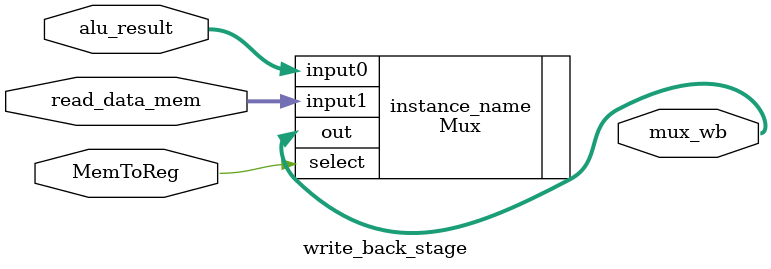
<source format=v>
`timescale 1ns / 1ps
module write_back_stage(
	input [15:0] read_data_mem,
	input [15:0] alu_result,
	input MemToReg,
	
	output reg [15:0] mux_wb
    );

	Mux instance_name (
    .input1(read_data_mem), 
    .input0(alu_result), 
    .select(MemToReg), 
    .out(mux_wb)
    );
	
endmodule

</source>
